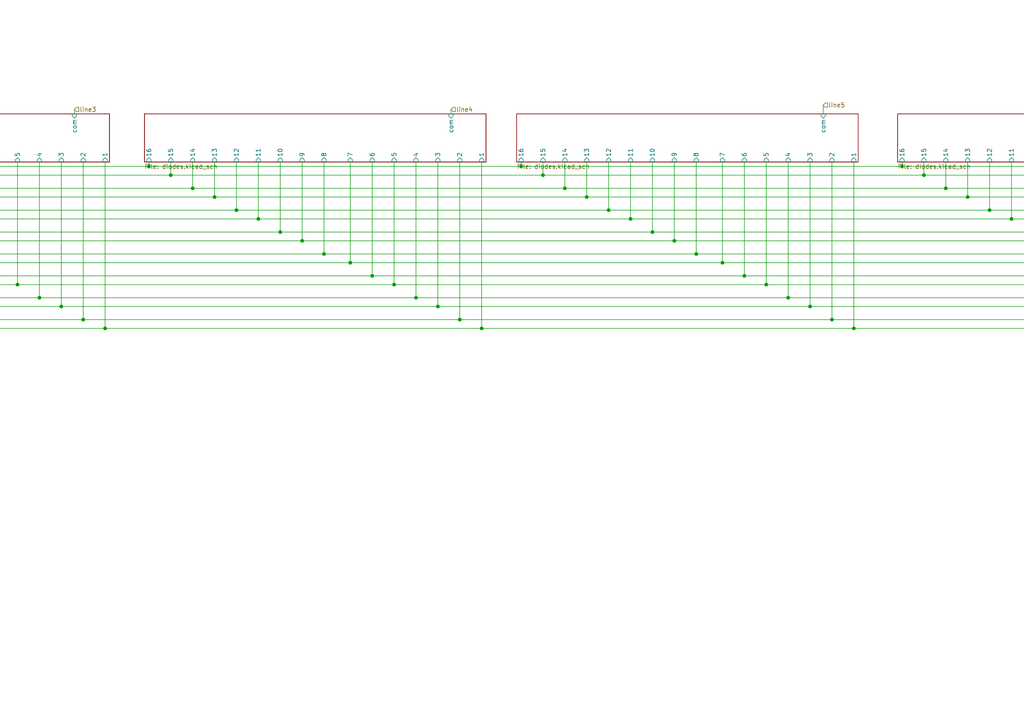
<source format=kicad_sch>
(kicad_sch (version 20230121) (generator eeschema)
  (paper "A4")
  (lib_symbols)
  (junction (at -231.14 76.2))
  (junction (at -172.72 50.8))
  (junction (at -147.32 63.5))
  (junction (at -134.62 69.85))
  (junction (at 400.05 60.96))
  (junction (at 43.18 48.26))
  (junction (at -107.95 82.55))
  (junction (at 406.4 63.5))
  (junction (at 381 50.8))
  (junction (at 393.7 57.15))
  (junction (at 387.35 54.61))
  (junction (at 11.43 86.36))
  (junction (at 133.35 92.71))
  (junction (at 55.88 54.61))
  (junction (at -15.24 73.66))
  (junction (at -88.9 92.71))
  (junction (at -120.65 76.2))
  (junction (at -264.16 60.96))
  (junction (at -257.81 63.5))
  (junction (at -218.44 82.55))
  (junction (at -7.62 76.2))
  (junction (at 458.47 88.9))
  (junction (at -40.64 60.96))
  (junction (at 261.62 48.26))
  (junction (at -27.94 67.31))
  (junction (at -179.07 48.26))
  (junction (at 439.42 80.01))
  (junction (at 299.72 67.31))
  (junction (at 139.7 95.25))
  (junction (at -166.37 54.61))
  (junction (at 247.65 95.25))
  (junction (at -205.74 88.9))
  (junction (at 209.55 76.2))
  (junction (at 170.18 57.15))
  (junction (at 326.39 80.01))
  (junction (at 151.13 48.26))
  (junction (at 222.25 82.55))
  (junction (at 81.28 67.31))
  (junction (at 62.23 57.15))
  (junction (at 68.58 60.96))
  (junction (at 241.3 92.71))
  (junction (at 287.02 60.96))
  (junction (at 345.44 88.9))
  (junction (at 234.95 88.9))
  (junction (at -160.02 57.15))
  (junction (at -95.25 88.9))
  (junction (at 433.07 76.2))
  (junction (at 228.6 86.36))
  (junction (at -128.27 73.66))
  (junction (at 320.04 76.2))
  (junction (at -66.04 48.26))
  (junction (at 127 88.9))
  (junction (at -289.56 48.26))
  (junction (at 332.74 82.55))
  (junction (at 17.78 88.9))
  (junction (at 182.88 63.5))
  (junction (at -114.3 80.01))
  (junction (at 280.67 57.15))
  (junction (at -193.04 95.25))
  (junction (at 49.53 50.8))
  (junction (at 101.6 76.2))
  (junction (at 339.09 86.36))
  (junction (at 274.32 54.61))
  (junction (at 30.48 95.25))
  (junction (at 306.07 69.85))
  (junction (at 5.08 82.55))
  (junction (at -238.76 73.66))
  (junction (at -224.79 80.01))
  (junction (at 120.65 86.36))
  (junction (at -212.09 86.36))
  (junction (at 464.82 92.71))
  (junction (at 201.93 73.66))
  (junction (at 452.12 86.36))
  (junction (at 107.95 80.01))
  (junction (at 215.9 80.01))
  (junction (at 157.48 50.8))
  (junction (at -140.97 67.31))
  (junction (at 195.58 69.85))
  (junction (at 419.1 69.85))
  (junction (at -21.59 69.85))
  (junction (at 358.14 95.25))
  (junction (at 163.83 54.61))
  (junction (at -153.67 60.96))
  (junction (at -283.21 50.8))
  (junction (at -245.11 69.85))
  (junction (at -251.46 67.31))
  (junction (at -53.34 54.61))
  (junction (at 351.79 92.71))
  (junction (at -59.69 50.8))
  (junction (at -270.51 57.15))
  (junction (at 74.93 63.5))
  (junction (at -276.86 54.61))
  (junction (at 374.65 48.26))
  (junction (at 445.77 82.55))
  (junction (at 176.53 60.96))
  (junction (at -46.99 57.15))
  (junction (at 471.17 95.25))
  (junction (at 412.75 67.31))
  (junction (at 312.42 73.66))
  (junction (at 93.98 73.66))
  (junction (at 267.97 50.8))
  (junction (at -1.27 80.01))
  (junction (at -82.55 95.25))
  (junction (at -101.6 86.36))
  (junction (at -199.39 92.71))
  (junction (at 293.37 63.5))
  (junction (at 24.13 92.71))
  (junction (at 189.23 67.31))
  (junction (at 87.63 69.85))
  (junction (at 114.3 82.55))
  (junction (at -34.29 63.5))
  (junction (at 425.45 73.66))
  (wire (pts (xy 93.98 46.99) (xy 93.98 73.66)))
  (wire (pts (xy 114.3 46.99) (xy 114.3 82.55)))
  (wire (pts (xy 11.43 86.36) (xy 120.65 86.36)))
  (wire (pts (xy -7.62 76.2) (xy 101.6 76.2)))
  (wire (pts (xy 464.82 92.71) (xy 574.04 92.71)))
  (wire (pts (xy 509.27 46.99) (xy 509.27 60.96)))
  (wire (pts (xy 17.78 46.99) (xy 17.78 88.9)))
  (wire (pts (xy 189.23 67.31) (xy 299.72 67.31)))
  (wire (pts (xy 127 88.9) (xy 234.95 88.9)))
  (wire (pts (xy -295.91 69.85) (xy -245.11 69.85)))
  (wire (pts (xy 114.3 82.55) (xy 222.25 82.55)))
  (wire (pts (xy 133.35 46.99) (xy 133.35 92.71)))
  (wire (pts (xy 170.18 57.15) (xy 280.67 57.15)))
  (wire (pts (xy 30.48 46.99) (xy 30.48 95.25)))
  (wire (pts (xy 387.35 54.61) (xy 496.57 54.61)))
  (wire (pts (xy 554.99 46.99) (xy 554.99 82.55)))
  (wire (pts (xy 201.93 46.99) (xy 201.93 73.66)))
  (wire (pts (xy 542.29 46.99) (xy 542.29 76.2)))
  (wire (pts (xy -289.56 46.99) (xy -289.56 48.26)))
  (wire (pts (xy 528.32 46.99) (xy 528.32 69.85)))
  (wire (pts (xy -295.91 48.26) (xy -289.56 48.26)))
  (wire (pts (xy 267.97 46.99) (xy 267.97 50.8)))
  (wire (pts (xy -193.04 46.99) (xy -193.04 95.25)))
  (wire (pts (xy 393.7 46.99) (xy 393.7 57.15)))
  (wire (pts (xy -134.62 46.99) (xy -134.62 69.85)))
  (wire (pts (xy -66.04 46.99) (xy -66.04 48.26)))
  (wire (pts (xy 320.04 46.99) (xy 320.04 76.2)))
  (wire (pts (xy 55.88 54.61) (xy 163.83 54.61)))
  (wire (pts (xy 11.43 46.99) (xy 11.43 86.36)))
  (wire (pts (xy 320.04 76.2) (xy 433.07 76.2)))
  (wire (pts (xy 139.7 95.25) (xy 247.65 95.25)))
  (wire (pts (xy 433.07 46.99) (xy 433.07 76.2)))
  (wire (pts (xy 49.53 50.8) (xy 157.48 50.8)))
  (wire (pts (xy -114.3 80.01) (xy -1.27 80.01)))
  (wire (pts (xy 30.48 95.25) (xy 139.7 95.25)))
  (wire (pts (xy -218.44 82.55) (xy -107.95 82.55)))
  (wire (pts (xy -295.91 67.31) (xy -251.46 67.31)))
  (wire (pts (xy -120.65 46.99) (xy -120.65 76.2)))
  (wire (pts (xy -147.32 46.99) (xy -147.32 63.5)))
  (wire (pts (xy 5.08 46.99) (xy 5.08 82.55)))
  (wire (pts (xy -295.91 60.96) (xy -264.16 60.96)))
  (wire (pts (xy 215.9 80.01) (xy 326.39 80.01)))
  (wire (pts (xy 151.13 46.99) (xy 151.13 48.26)))
  (wire (pts (xy 241.3 92.71) (xy 351.79 92.71)))
  (wire (pts (xy 157.48 50.8) (xy 267.97 50.8)))
  (wire (pts (xy 157.48 46.99) (xy 157.48 50.8)))
  (wire (pts (xy 151.13 48.26) (xy 261.62 48.26)))
  (wire (pts (xy 287.02 60.96) (xy 400.05 60.96)))
  (wire (pts (xy 299.72 46.99) (xy 299.72 67.31)))
  (wire (pts (xy -257.81 63.5) (xy -147.32 63.5)))
  (wire (pts (xy 176.53 60.96) (xy 287.02 60.96)))
  (wire (pts (xy -283.21 46.99) (xy -283.21 50.8)))
  (wire (pts (xy 326.39 46.99) (xy 326.39 80.01)))
  (wire (pts (xy 62.23 46.99) (xy 62.23 57.15)))
  (wire (pts (xy 393.7 57.15) (xy 502.92 57.15)))
  (wire (pts (xy -295.91 73.66) (xy -238.76 73.66)))
  (wire (pts (xy 412.75 67.31) (xy 521.97 67.31)))
  (wire (pts (xy -179.07 46.99) (xy -179.07 48.26)))
  (wire (pts (xy 182.88 46.99) (xy 182.88 63.5)))
  (wire (pts (xy -134.62 69.85) (xy -21.59 69.85)))
  (wire (pts (xy 483.87 46.99) (xy 483.87 48.26)))
  (wire (pts (xy -59.69 46.99) (xy -59.69 50.8)))
  (wire (pts (xy 170.18 46.99) (xy 170.18 57.15)))
  (wire (pts (xy -82.55 95.25) (xy 30.48 95.25)))
  (wire (pts (xy 228.6 46.99) (xy 228.6 86.36)))
  (wire (pts (xy -1.27 46.99) (xy -1.27 80.01)))
  (wire (pts (xy 62.23 57.15) (xy 170.18 57.15)))
  (wire (pts (xy -295.91 95.25) (xy -193.04 95.25)))
  (wire (pts (xy 261.62 46.99) (xy 261.62 48.26)))
  (wire (pts (xy -40.64 46.99) (xy -40.64 60.96)))
  (wire (pts (xy 534.67 46.99) (xy 534.67 73.66)))
  (wire (pts (xy 49.53 46.99) (xy 49.53 50.8)))
  (wire (pts (xy 452.12 86.36) (xy 561.34 86.36)))
  (wire (pts (xy -53.34 54.61) (xy 55.88 54.61)))
  (wire (pts (xy 234.95 46.99) (xy 234.95 88.9)))
  (wire (pts (xy 381 50.8) (xy 490.22 50.8)))
  (wire (pts (xy 406.4 46.99) (xy 406.4 63.5)))
  (wire (pts (xy -295.91 82.55) (xy -218.44 82.55)))
  (wire (pts (xy 439.42 46.99) (xy 439.42 80.01)))
  (wire (pts (xy 571.5 30.48) (xy 572.77 30.48)))
  (wire (pts (xy -153.67 46.99) (xy -153.67 60.96)))
  (wire (pts (xy -40.64 60.96) (xy 68.58 60.96)))
  (wire (pts (xy -166.37 46.99) (xy -166.37 54.61)))
  (wire (pts (xy -245.11 69.85) (xy -134.62 69.85)))
  (wire (pts (xy 358.14 95.25) (xy 471.17 95.25)))
  (wire (pts (xy 74.93 63.5) (xy 182.88 63.5)))
  (wire (pts (xy 189.23 46.99) (xy 189.23 67.31)))
  (wire (pts (xy 464.82 46.99) (xy 464.82 92.71)))
  (wire (pts (xy 567.69 46.99) (xy 567.69 88.9)))
  (wire (pts (xy -91.44 31.75) (xy -91.44 33.02)))
  (wire (pts (xy -172.72 46.99) (xy -172.72 50.8)))
  (wire (pts (xy 209.55 76.2) (xy 320.04 76.2)))
  (wire (pts (xy -201.93 29.21) (xy -201.93 33.02)))
  (wire (pts (xy 332.74 82.55) (xy 445.77 82.55)))
  (wire (pts (xy 548.64 46.99) (xy 548.64 80.01)))
  (wire (pts (xy 412.75 46.99) (xy 412.75 67.31)))
  (wire (pts (xy 425.45 73.66) (xy 534.67 73.66)))
  (wire (pts (xy 24.13 46.99) (xy 24.13 92.71)))
  (wire (pts (xy 120.65 46.99) (xy 120.65 86.36)))
  (wire (pts (xy 120.65 86.36) (xy 228.6 86.36)))
  (wire (pts (xy -212.09 86.36) (xy -101.6 86.36)))
  (wire (pts (xy 458.47 88.9) (xy 567.69 88.9)))
  (wire (pts (xy 445.77 82.55) (xy 554.99 82.55)))
  (wire (pts (xy -289.56 48.26) (xy -179.07 48.26)))
  (wire (pts (xy 471.17 46.99) (xy 471.17 95.25)))
  (wire (pts (xy -205.74 88.9) (xy -95.25 88.9)))
  (wire (pts (xy -212.09 46.99) (xy -212.09 86.36)))
  (wire (pts (xy 299.72 67.31) (xy 412.75 67.31)))
  (wire (pts (xy 201.93 73.66) (xy 312.42 73.66)))
  (wire (pts (xy 400.05 46.99) (xy 400.05 60.96)))
  (wire (pts (xy 374.65 48.26) (xy 483.87 48.26)))
  (wire (pts (xy 74.93 46.99) (xy 74.93 63.5)))
  (wire (pts (xy 274.32 46.99) (xy 274.32 54.61)))
  (wire (pts (xy 101.6 46.99) (xy 101.6 76.2)))
  (wire (pts (xy 274.32 54.61) (xy 387.35 54.61)))
  (wire (pts (xy 574.04 46.99) (xy 574.04 92.71)))
  (wire (pts (xy -199.39 46.99) (xy -199.39 92.71)))
  (wire (pts (xy 5.08 82.55) (xy 114.3 82.55)))
  (wire (pts (xy 326.39 80.01) (xy 439.42 80.01)))
  (wire (pts (xy 247.65 95.25) (xy 358.14 95.25)))
  (wire (pts (xy 261.62 48.26) (xy 374.65 48.26)))
  (wire (pts (xy 458.47 46.99) (xy 458.47 88.9)))
  (wire (pts (xy 312.42 46.99) (xy 312.42 73.66)))
  (wire (pts (xy 339.09 86.36) (xy 452.12 86.36)))
  (wire (pts (xy 280.67 57.15) (xy 393.7 57.15)))
  (wire (pts (xy 561.34 46.99) (xy 561.34 86.36)))
  (wire (pts (xy -276.86 46.99) (xy -276.86 54.61)))
  (wire (pts (xy 21.59 31.75) (xy 21.59 33.02)))
  (wire (pts (xy -128.27 73.66) (xy -15.24 73.66)))
  (wire (pts (xy 247.65 46.99) (xy 247.65 95.25)))
  (wire (pts (xy 101.6 76.2) (xy 209.55 76.2)))
  (wire (pts (xy -270.51 46.99) (xy -270.51 57.15)))
  (wire (pts (xy 222.25 46.99) (xy 222.25 82.55)))
  (wire (pts (xy 349.25 30.48) (xy 349.25 33.02)))
  (wire (pts (xy 351.79 46.99) (xy 351.79 92.71)))
  (wire (pts (xy 130.81 31.75) (xy 130.81 33.02)))
  (wire (pts (xy -295.91 63.5) (xy -257.81 63.5)))
  (wire (pts (xy -276.86 54.61) (xy -166.37 54.61)))
  (wire (pts (xy -1.27 80.01) (xy 107.95 80.01)))
  (wire (pts (xy 580.39 46.99) (xy 580.39 95.25)))
  (wire (pts (xy 306.07 69.85) (xy 419.1 69.85)))
  (wire (pts (xy -205.74 46.99) (xy -205.74 88.9)))
  (wire (pts (xy -238.76 73.66) (xy -128.27 73.66)))
  (wire (pts (xy 241.3 46.99) (xy 241.3 92.71)))
  (wire (pts (xy -101.6 86.36) (xy 11.43 86.36)))
  (wire (pts (xy -224.79 80.01) (xy -114.3 80.01)))
  (wire (pts (xy -172.72 50.8) (xy -59.69 50.8)))
  (wire (pts (xy -224.79 46.99) (xy -224.79 80.01)))
  (wire (pts (xy -257.81 46.99) (xy -257.81 63.5)))
  (wire (pts (xy 445.77 46.99) (xy 445.77 82.55)))
  (wire (pts (xy -251.46 67.31) (xy -140.97 67.31)))
  (wire (pts (xy 17.78 88.9) (xy 127 88.9)))
  (wire (pts (xy 351.79 92.71) (xy 464.82 92.71)))
  (wire (pts (xy 43.18 48.26) (xy 151.13 48.26)))
  (wire (pts (xy -147.32 63.5) (xy -34.29 63.5)))
  (wire (pts (xy 293.37 46.99) (xy 293.37 63.5)))
  (wire (pts (xy 81.28 46.99) (xy 81.28 67.31)))
  (wire (pts (xy 43.18 46.99) (xy 43.18 48.26)))
  (wire (pts (xy -53.34 46.99) (xy -53.34 54.61)))
  (wire (pts (xy -283.21 50.8) (xy -172.72 50.8)))
  (wire (pts (xy -153.67 60.96) (xy -40.64 60.96)))
  (wire (pts (xy -245.11 46.99) (xy -245.11 69.85)))
  (wire (pts (xy 195.58 69.85) (xy 306.07 69.85)))
  (wire (pts (xy 419.1 46.99) (xy 419.1 69.85)))
  (wire (pts (xy 81.28 67.31) (xy 189.23 67.31)))
  (wire (pts (xy -15.24 46.99) (xy -15.24 73.66)))
  (wire (pts (xy -238.76 46.99) (xy -238.76 73.66)))
  (wire (pts (xy -270.51 57.15) (xy -160.02 57.15)))
  (wire (pts (xy -295.91 88.9) (xy -205.74 88.9)))
  (wire (pts (xy 127 46.99) (xy 127 88.9)))
  (wire (pts (xy -295.91 57.15) (xy -270.51 57.15)))
  (wire (pts (xy 490.22 46.99) (xy 490.22 50.8)))
  (wire (pts (xy -166.37 54.61) (xy -53.34 54.61)))
  (wire (pts (xy -95.25 46.99) (xy -95.25 88.9)))
  (wire (pts (xy 387.35 46.99) (xy 387.35 54.61)))
  (wire (pts (xy -114.3 46.99) (xy -114.3 80.01)))
  (wire (pts (xy 400.05 60.96) (xy 509.27 60.96)))
  (wire (pts (xy 306.07 46.99) (xy 306.07 69.85)))
  (wire (pts (xy 222.25 82.55) (xy 332.74 82.55)))
  (wire (pts (xy -295.91 86.36) (xy -212.09 86.36)))
  (wire (pts (xy 312.42 73.66) (xy 425.45 73.66)))
  (wire (pts (xy -107.95 46.99) (xy -107.95 82.55)))
  (wire (pts (xy -59.69 50.8) (xy 49.53 50.8)))
  (wire (pts (xy 452.12 46.99) (xy 452.12 86.36)))
  (wire (pts (xy -264.16 60.96) (xy -153.67 60.96)))
  (wire (pts (xy -295.91 80.01) (xy -224.79 80.01)))
  (wire (pts (xy -295.91 76.2) (xy -231.14 76.2)))
  (wire (pts (xy -88.9 46.99) (xy -88.9 92.71)))
  (wire (pts (xy 133.35 92.71) (xy 241.3 92.71)))
  (wire (pts (xy -140.97 67.31) (xy -27.94 67.31)))
  (wire (pts (xy 228.6 86.36) (xy 339.09 86.36)))
  (wire (pts (xy 163.83 46.99) (xy 163.83 54.61)))
  (wire (pts (xy -295.91 50.8) (xy -283.21 50.8)))
  (wire (pts (xy -140.97 46.99) (xy -140.97 67.31)))
  (wire (pts (xy 571.5 33.02) (xy 571.5 30.48)))
  (wire (pts (xy -231.14 76.2) (xy -120.65 76.2)))
  (wire (pts (xy -251.46 46.99) (xy -251.46 67.31)))
  (wire (pts (xy -128.27 46.99) (xy -128.27 73.66)))
  (wire (pts (xy 209.55 46.99) (xy 209.55 76.2)))
  (wire (pts (xy 238.76 30.48) (xy 238.76 33.02)))
  (wire (pts (xy 107.95 80.01) (xy 215.9 80.01)))
  (wire (pts (xy 332.74 46.99) (xy 332.74 82.55)))
  (wire (pts (xy -21.59 46.99) (xy -21.59 69.85)))
  (wire (pts (xy -7.62 46.99) (xy -7.62 76.2)))
  (wire (pts (xy 406.4 63.5) (xy 515.62 63.5)))
  (wire (pts (xy -295.91 92.71) (xy -199.39 92.71)))
  (wire (pts (xy -46.99 57.15) (xy 62.23 57.15)))
  (wire (pts (xy 358.14 46.99) (xy 358.14 95.25)))
  (wire (pts (xy 374.65 46.99) (xy 374.65 48.26)))
  (wire (pts (xy -27.94 46.99) (xy -27.94 67.31)))
  (wire (pts (xy -66.04 48.26) (xy 43.18 48.26)))
  (wire (pts (xy 287.02 46.99) (xy 287.02 60.96)))
  (wire (pts (xy -218.44 46.99) (xy -218.44 82.55)))
  (wire (pts (xy 176.53 46.99) (xy 176.53 60.96)))
  (wire (pts (xy -34.29 63.5) (xy 74.93 63.5)))
  (wire (pts (xy 496.57 46.99) (xy 496.57 54.61)))
  (wire (pts (xy 87.63 69.85) (xy 195.58 69.85)))
  (wire (pts (xy 107.95 46.99) (xy 107.95 80.01)))
  (wire (pts (xy -82.55 46.99) (xy -82.55 95.25)))
  (wire (pts (xy -199.39 92.71) (xy -88.9 92.71)))
  (wire (pts (xy 433.07 76.2) (xy 542.29 76.2)))
  (wire (pts (xy -88.9 92.71) (xy 24.13 92.71)))
  (wire (pts (xy 345.44 88.9) (xy 458.47 88.9)))
  (wire (pts (xy 139.7 46.99) (xy 139.7 95.25)))
  (wire (pts (xy 345.44 46.99) (xy 345.44 88.9)))
  (wire (pts (xy -179.07 48.26) (xy -66.04 48.26)))
  (wire (pts (xy -160.02 46.99) (xy -160.02 57.15)))
  (wire (pts (xy 267.97 50.8) (xy 381 50.8)))
  (wire (pts (xy 93.98 73.66) (xy 201.93 73.66)))
  (wire (pts (xy 163.83 54.61) (xy 274.32 54.61)))
  (wire (pts (xy 293.37 63.5) (xy 406.4 63.5)))
  (wire (pts (xy 68.58 46.99) (xy 68.58 60.96)))
  (wire (pts (xy -95.25 88.9) (xy 17.78 88.9)))
  (wire (pts (xy 471.17 95.25) (xy 580.39 95.25)))
  (wire (pts (xy 381 46.99) (xy 381 50.8)))
  (wire (pts (xy 339.09 46.99) (xy 339.09 86.36)))
  (wire (pts (xy 502.92 46.99) (xy 502.92 57.15)))
  (wire (pts (xy -15.24 73.66) (xy 93.98 73.66)))
  (wire (pts (xy 419.1 69.85) (xy 528.32 69.85)))
  (wire (pts (xy -21.59 69.85) (xy 87.63 69.85)))
  (wire (pts (xy 521.97 46.99) (xy 521.97 67.31)))
  (wire (pts (xy 215.9 46.99) (xy 215.9 80.01)))
  (wire (pts (xy 87.63 46.99) (xy 87.63 69.85)))
  (wire (pts (xy -160.02 57.15) (xy -46.99 57.15)))
  (wire (pts (xy 462.28 29.21) (xy 462.28 33.02)))
  (wire (pts (xy 195.58 46.99) (xy 195.58 69.85)))
  (wire (pts (xy 24.13 92.71) (xy 133.35 92.71)))
  (wire (pts (xy 182.88 63.5) (xy 293.37 63.5)))
  (wire (pts (xy -46.99 46.99) (xy -46.99 57.15)))
  (wire (pts (xy 439.42 80.01) (xy 548.64 80.01)))
  (wire (pts (xy -193.04 95.25) (xy -82.55 95.25)))
  (wire (pts (xy -107.95 82.55) (xy 5.08 82.55)))
  (wire (pts (xy -120.65 76.2) (xy -7.62 76.2)))
  (wire (pts (xy -295.91 54.61) (xy -276.86 54.61)))
  (wire (pts (xy -27.94 67.31) (xy 81.28 67.31)))
  (wire (pts (xy -34.29 46.99) (xy -34.29 63.5)))
  (wire (pts (xy 280.67 46.99) (xy 280.67 57.15)))
  (wire (pts (xy -231.14 46.99) (xy -231.14 76.2)))
  (wire (pts (xy -101.6 46.99) (xy -101.6 86.36)))
  (wire (pts (xy 425.45 46.99) (xy 425.45 73.66)))
  (wire (pts (xy -264.16 46.99) (xy -264.16 60.96)))
  (wire (pts (xy 68.58 60.96) (xy 176.53 60.96)))
  (wire (pts (xy 515.62 46.99) (xy 515.62 63.5)))
  (wire (pts (xy 55.88 46.99) (xy 55.88 54.61)))
  (wire (pts (xy 234.95 88.9) (xy 345.44 88.9)))
  (hierarchical_label "point2B" (shape input) (at -295.91 57.15 180))
  (hierarchical_label "line1" (shape input) (at -201.93 29.21 0))
  (hierarchical_label "line2" (shape input) (at -91.44 31.75 0))
  (hierarchical_label "line4" (shape input) (at 130.81 31.75 0))
  (hierarchical_label "line6" (shape input) (at 349.25 30.48 0))
  (hierarchical_label "line3" (shape input) (at 21.59 31.75 0))
  (hierarchical_label "point1B" (shape input) (at -295.91 50.8 180))
  (hierarchical_label "line7" (shape input) (at 462.28 29.21 0))
  (hierarchical_label "point7B" (shape input) (at -295.91 88.9 180))
  (hierarchical_label "point6A" (shape input) (at -295.91 80.01 180))
  (hierarchical_label "line8" (shape input) (at 572.77 30.48 0))
  (hierarchical_label "point5B" (shape input) (at -295.91 76.2 180))
  (hierarchical_label "point2A" (shape input) (at -295.91 54.61 180))
  (hierarchical_label "point4B" (shape input) (at -295.91 69.85 180))
  (hierarchical_label "point3A" (shape input) (at -295.91 60.96 180))
  (hierarchical_label "point6B" (shape input) (at -295.91 82.55 180))
  (hierarchical_label "point4A" (shape input) (at -295.91 67.31 180))
  (hierarchical_label "point1A" (shape input) (at -295.91 48.26 180))
  (hierarchical_label "point8B" (shape input) (at -295.91 95.25 180))
  (hierarchical_label "point5A" (shape input) (at -295.91 73.66 180))
  (hierarchical_label "line5" (shape input) (at 238.76 30.48 0))
  (hierarchical_label "point7A" (shape input) (at -295.91 86.36 180))
  (hierarchical_label "point3B" (shape input) (at -295.91 63.5 180))
  (hierarchical_label "point8A" (shape input) (at -295.91 92.71 180))
  (sheet (at 373.38 33.02) (size 99.06 13.97) (stroke (width 0.1524))
    (property "Sheetname" "diodes1" (effects hide))
    (property "Sheetfile" "diodes.kicad_sch" (at 373.38 47.5746 0) (effects (justify left top)))
    (pin "6" input (at 439.42 46.99 270))
    (pin "5" input (at 445.77 46.99 270))
    (pin "1" input (at 471.17 46.99 270))
    (pin "2" input (at 464.82 46.99 270))
    (pin "com" input (at 462.28 33.02 90))
    (pin "7" input (at 433.07 46.99 270))
    (pin "8" input (at 425.45 46.99 270))
    (pin "9" input (at 419.1 46.99 270))
    (pin "10" input (at 412.75 46.99 270))
    (pin "3" input (at 458.47 46.99 270))
    (pin "4" input (at 452.12 46.99 270))
    (pin "11" input (at 406.4 46.99 270))
    (pin "14" input (at 387.35 46.99 270))
    (pin "15" input (at 381 46.99 270))
    (pin "16" input (at 374.65 46.99 270))
    (pin "12" input (at 400.05 46.99 270))
    (pin "13" input (at 393.7 46.99 270))
  )
  (sheet (at 149.86 33.02) (size 99.06 13.97) (stroke (width 0.1524))
    (property "Sheetname" "diodes3" (effects hide))
    (property "Sheetfile" "diodes.kicad_sch" (at 149.86 47.5746 0) (effects (justify left top)))
    (pin "6" input (at 215.9 46.99 270))
    (pin "5" input (at 222.25 46.99 270))
    (pin "1" input (at 247.65 46.99 270))
    (pin "2" input (at 241.3 46.99 270))
    (pin "com" input (at 238.76 33.02 90))
    (pin "7" input (at 209.55 46.99 270))
    (pin "8" input (at 201.93 46.99 270))
    (pin "9" input (at 195.58 46.99 270))
    (pin "10" input (at 189.23 46.99 270))
    (pin "3" input (at 234.95 46.99 270))
    (pin "4" input (at 228.6 46.99 270))
    (pin "11" input (at 182.88 46.99 270))
    (pin "14" input (at 163.83 46.99 270))
    (pin "15" input (at 157.48 46.99 270))
    (pin "16" input (at 151.13 46.99 270))
    (pin "12" input (at 176.53 46.99 270))
    (pin "13" input (at 170.18 46.99 270))
  )
  (sheet (at -290.83 33.02) (size 99.06 13.97) (stroke (width 0.1524))
    (property "Sheetname" "diodes7" (effects hide))
    (property "Sheetfile" "diodes.kicad_sch" (at -290.83 47.5746 0) (effects (justify left top)))
    (pin "6" input (at -224.79 46.99 270))
    (pin "5" input (at -218.44 46.99 270))
    (pin "1" input (at -193.04 46.99 270))
    (pin "2" input (at -199.39 46.99 270))
    (pin "com" input (at -201.93 33.02 90))
    (pin "7" input (at -231.14 46.99 270))
    (pin "8" input (at -238.76 46.99 270))
    (pin "9" input (at -245.11 46.99 270))
    (pin "10" input (at -251.46 46.99 270))
    (pin "3" input (at -205.74 46.99 270))
    (pin "4" input (at -212.09 46.99 270))
    (pin "11" input (at -257.81 46.99 270))
    (pin "14" input (at -276.86 46.99 270))
    (pin "15" input (at -283.21 46.99 270))
    (pin "16" input (at -289.56 46.99 270))
    (pin "12" input (at -264.16 46.99 270))
    (pin "13" input (at -270.51 46.99 270))
  )
  (sheet (at -67.31 33.02) (size 99.06 13.97) (stroke (width 0.1524))
    (property "Sheetname" "diodes5" (effects hide))
    (property "Sheetfile" "diodes.kicad_sch" (at -67.31 47.5746 0) (effects (justify left top)))
    (pin "6" input (at -1.27 46.99 270))
    (pin "5" input (at 5.08 46.99 270))
    (pin "1" input (at 30.48 46.99 270))
    (pin "2" input (at 24.13 46.99 270))
    (pin "com" input (at 21.59 33.02 90))
    (pin "7" input (at -7.62 46.99 270))
    (pin "8" input (at -15.24 46.99 270))
    (pin "9" input (at -21.59 46.99 270))
    (pin "10" input (at -27.94 46.99 270))
    (pin "3" input (at 17.78 46.99 270))
    (pin "4" input (at 11.43 46.99 270))
    (pin "11" input (at -34.29 46.99 270))
    (pin "14" input (at -53.34 46.99 270))
    (pin "15" input (at -59.69 46.99 270))
    (pin "16" input (at -66.04 46.99 270))
    (pin "12" input (at -40.64 46.99 270))
    (pin "13" input (at -46.99 46.99 270))
  )
  (sheet (at 260.35 33.02) (size 99.06 13.97) (stroke (width 0.1524))
    (property "Sheetname" "diodes2" (effects hide))
    (property "Sheetfile" "diodes.kicad_sch" (at 260.35 47.5746 0) (effects (justify left top)))
    (pin "6" input (at 326.39 46.99 270))
    (pin "5" input (at 332.74 46.99 270))
    (pin "1" input (at 358.14 46.99 270))
    (pin "2" input (at 351.79 46.99 270))
    (pin "com" input (at 349.25 33.02 90))
    (pin "7" input (at 320.04 46.99 270))
    (pin "8" input (at 312.42 46.99 270))
    (pin "9" input (at 306.07 46.99 270))
    (pin "10" input (at 299.72 46.99 270))
    (pin "3" input (at 345.44 46.99 270))
    (pin "4" input (at 339.09 46.99 270))
    (pin "11" input (at 293.37 46.99 270))
    (pin "14" input (at 274.32 46.99 270))
    (pin "15" input (at 267.97 46.99 270))
    (pin "16" input (at 261.62 46.99 270))
    (pin "12" input (at 287.02 46.99 270))
    (pin "13" input (at 280.67 46.99 270))
  )
  (sheet (at 482.6 33.02) (size 99.06 13.97) (stroke (width 0.1524))
    (property "Sheetname" "diodes" (effects hide))
    (property "Sheetfile" "diodes.kicad_sch" (at 482.6 47.5746 0) (effects (justify left top)))
    (pin "6" input (at 548.64 46.99 270))
    (pin "5" input (at 554.99 46.99 270))
    (pin "1" input (at 580.39 46.99 270))
    (pin "2" input (at 574.04 46.99 270))
    (pin "com" input (at 571.5 33.02 90))
    (pin "7" input (at 542.29 46.99 270))
    (pin "8" input (at 534.67 46.99 270))
    (pin "9" input (at 528.32 46.99 270))
    (pin "10" input (at 521.97 46.99 270))
    (pin "3" input (at 567.69 46.99 270))
    (pin "4" input (at 561.34 46.99 270))
    (pin "11" input (at 515.62 46.99 270))
    (pin "14" input (at 496.57 46.99 270))
    (pin "15" input (at 490.22 46.99 270))
    (pin "16" input (at 483.87 46.99 270))
    (pin "12" input (at 509.27 46.99 270))
    (pin "13" input (at 502.92 46.99 270))
  )
  (sheet (at -180.34 33.02) (size 99.06 13.97) (stroke (width 0.1524))
    (property "Sheetname" "diodes6" (effects hide))
    (property "Sheetfile" "diodes.kicad_sch" (at -180.34 47.5746 0) (effects (justify left top)))
    (pin "6" input (at -114.3 46.99 270))
    (pin "5" input (at -107.95 46.99 270))
    (pin "1" input (at -82.55 46.99 270))
    (pin "2" input (at -88.9 46.99 270))
    (pin "com" input (at -91.44 33.02 90))
    (pin "7" input (at -120.65 46.99 270))
    (pin "8" input (at -128.27 46.99 270))
    (pin "9" input (at -134.62 46.99 270))
    (pin "10" input (at -140.97 46.99 270))
    (pin "3" input (at -95.25 46.99 270))
    (pin "4" input (at -101.6 46.99 270))
    (pin "11" input (at -147.32 46.99 270))
    (pin "14" input (at -166.37 46.99 270))
    (pin "15" input (at -172.72 46.99 270))
    (pin "16" input (at -179.07 46.99 270))
    (pin "12" input (at -153.67 46.99 270))
    (pin "13" input (at -160.02 46.99 270))
  )
  (sheet (at 41.91 33.02) (size 99.06 13.97) (stroke (width 0.1524))
    (property "Sheetname" "diodes4" (effects hide))
    (property "Sheetfile" "diodes.kicad_sch" (at 41.91 47.5746 0) (effects (justify left top)))
    (pin "6" input (at 107.95 46.99 270))
    (pin "5" input (at 114.3 46.99 270))
    (pin "1" input (at 139.7 46.99 270))
    (pin "2" input (at 133.35 46.99 270))
    (pin "com" input (at 130.81 33.02 90))
    (pin "7" input (at 101.6 46.99 270))
    (pin "8" input (at 93.98 46.99 270))
    (pin "9" input (at 87.63 46.99 270))
    (pin "10" input (at 81.28 46.99 270))
    (pin "3" input (at 127 46.99 270))
    (pin "4" input (at 120.65 46.99 270))
    (pin "11" input (at 74.93 46.99 270))
    (pin "14" input (at 55.88 46.99 270))
    (pin "15" input (at 49.53 46.99 270))
    (pin "16" input (at 43.18 46.99 270))
    (pin "12" input (at 68.58 46.99 270))
    (pin "13" input (at 62.23 46.99 270))
  )
)
</source>
